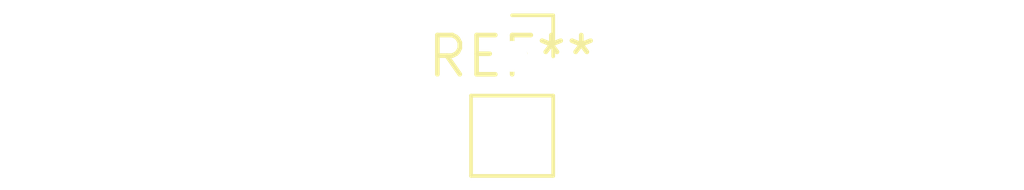
<source format=kicad_pcb>
(kicad_pcb (version 20240108) (generator pcbnew)
  (layers (0 "F.Cu" signal) (31 "B.Cu" signal) (34 "B.Paste" user) (35 "F.Paste" user) (36 "B.SilkS" user "B.Silkscreen") (37 "F.SilkS" user "F.Silkscreen") (38 "B.Mask" user) (39 "F.Mask" user) (44 "Edge.Cuts" user))
  (net 0 "")
  (footprint "PinSocket_1x02_P2.54mm_Vertical" (layer "F.Cu") (at 0 0)
    (property "Reference" "REF**")
    (property "Value" "PinSocket_1x02_P2.54mm_Vertical")
    (fp_line (start -1.33 1.27) (end -1.33 3.87) (layer "F.SilkS") (stroke (width 0.12)))
    (fp_line (start -1.33 1.27) (end 1.33 1.27) (layer "F.SilkS") (stroke (width 0.12)))
    (fp_line (start -1.33 3.87) (end 1.33 3.87) (layer "F.SilkS") (stroke (width 0.12)))
    (fp_line (start 0 -1.33) (end 1.33 -1.33) (layer "F.SilkS") (stroke (width 0.12)))
    (fp_line (start 1.33 -1.33) (end 1.33 0) (layer "F.SilkS") (stroke (width 0.12)))
    (fp_line (start 1.33 1.27) (end 1.33 3.87) (layer "F.SilkS") (stroke (width 0.12)))
    (pad "1" thru_hole rect (at 0 0) (size 1.7 1.7) (drill 1) (layers *.Cu *.Mask) (remove_unused_layers))
    (pad "2" thru_hole oval (at 0 2.54) (size 1.7 1.7) (drill 1) (layers *.Cu *.Mask) (remove_unused_layers))
  )
)
</source>
